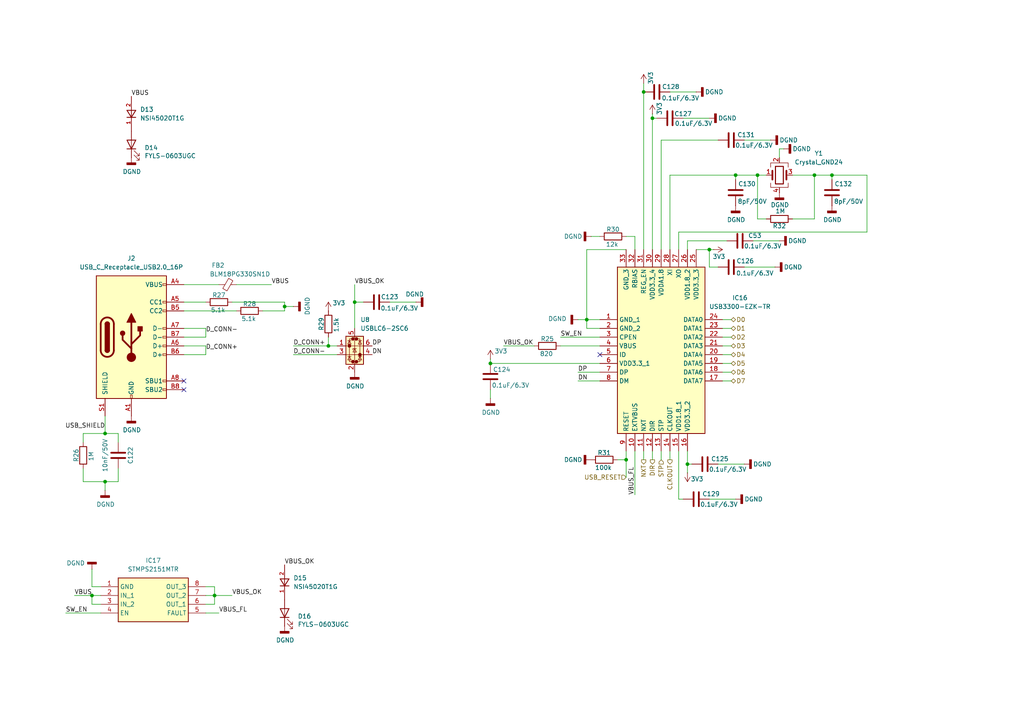
<source format=kicad_sch>
(kicad_sch (version 20250114) (generator "eeschema") (generator_version "9.0")
  (paper "A4")
  (lib_symbols
    (symbol "Connector:USB_C_Receptacle_USB2.0_16P" (pin_names (offset 1.016))
      (property "Reference" "J" (at 0 22.225 0))
      (property "Value" "USB_C_Receptacle_USB2.0_16P" (at 0 19.685 0))
      (symbol "USB_C_Receptacle_USB2.0_16P_0_0"
        (rectangle (start -0.254 -17.78) (end 0.254 -16.764))
        (rectangle (start 10.16 15.494) (end 9.144 14.986))
        (rectangle (start 10.16 10.414) (end 9.144 9.906))
        (rectangle (start 10.16 7.874) (end 9.144 7.366))
        (rectangle (start 10.16 2.794) (end 9.144 2.286))
        (rectangle (start 10.16 0.254) (end 9.144 -0.254))
        (rectangle (start 10.16 -2.286) (end 9.144 -2.794))
        (rectangle (start 10.16 -4.826) (end 9.144 -5.334))
        (rectangle (start 10.16 -12.446) (end 9.144 -12.954))
        (rectangle (start 10.16 -14.986) (end 9.144 -15.494))
      )
      (symbol "USB_C_Receptacle_USB2.0_16P_0_1"
        (rectangle (start -10.16 17.78) (end 10.16 -17.78) (stroke (width 0.254)) (fill (type background)))
        (polyline (pts (xy -8.89 -3.81) (xy -8.89 3.81)) (stroke (width 0.508)))
        (rectangle (start -7.62 -3.81) (end -6.35 3.81) (stroke (width 0.254)) (fill (type outline)))
        (arc (start -7.62 3.81) (mid -6.985 4.4423) (end -6.35 3.81) (stroke (width 0.254)))
        (arc (start -7.62 3.81) (mid -6.985 4.4423) (end -6.35 3.81) (stroke (width 0.254)) (fill (type outline)))
        (arc (start -8.89 3.81) (mid -6.985 5.7067) (end -5.08 3.81) (stroke (width 0.508)))
        (arc (start -5.08 -3.81) (mid -6.985 -5.7067) (end -8.89 -3.81) (stroke (width 0.508)))
        (arc (start -6.35 -3.81) (mid -6.985 -4.4423) (end -7.62 -3.81) (stroke (width 0.254)))
        (arc (start -6.35 -3.81) (mid -6.985 -4.4423) (end -7.62 -3.81) (stroke (width 0.254)) (fill (type outline)))
        (polyline (pts (xy -5.08 3.81) (xy -5.08 -3.81)) (stroke (width 0.508)))
        (circle (center -2.54 1.143) (radius 0.635) (stroke (width 0.254)) (fill (type outline)))
        (polyline (pts (xy -1.27 4.318) (xy 0 6.858) (xy 1.27 4.318) (xy -1.27 4.318)) (stroke (width 0.254)) (fill (type outline)))
        (polyline (pts (xy 0 -2.032) (xy 2.54 0.508) (xy 2.54 1.778)) (stroke (width 0.508)))
        (polyline (pts (xy 0 -3.302) (xy -2.54 -0.762) (xy -2.54 0.508)) (stroke (width 0.508)))
        (polyline (pts (xy 0 -5.842) (xy 0 4.318)) (stroke (width 0.508)))
        (circle (center 0 -5.842) (radius 1.27) (fill (type outline)))
        (rectangle (start 1.905 1.778) (end 3.175 3.048) (stroke (width 0.254)) (fill (type outline)))
      )
      (symbol "USB_C_Receptacle_USB2.0_16P_1_1"
        (pin passive line (at -7.62 -22.86 90) (length 5.08) (name "SHIELD") (number "S1"))
        (pin passive line (at 0 -22.86 90) (length 5.08) (name "GND") (number "A1"))
        (pin passive line (at 0 -22.86 90) (length 5.08) (hide yes) (name "GND") (number "A12"))
        (pin passive line (at 0 -22.86 90) (length 5.08) (hide yes) (name "GND") (number "B1"))
        (pin passive line (at 0 -22.86 90) (length 5.08) (hide yes) (name "GND") (number "B12"))
        (pin passive line (at 15.24 15.24 180) (length 5.08) (name "VBUS") (number "A4"))
        (pin passive line (at 15.24 15.24 180) (length 5.08) (hide yes) (name "VBUS") (number "A9"))
        (pin passive line (at 15.24 15.24 180) (length 5.08) (hide yes) (name "VBUS") (number "B4"))
        (pin passive line (at 15.24 15.24 180) (length 5.08) (hide yes) (name "VBUS") (number "B9"))
        (pin bidirectional line (at 15.24 10.16 180) (length 5.08) (name "CC1") (number "A5"))
        (pin bidirectional line (at 15.24 7.62 180) (length 5.08) (name "CC2") (number "B5"))
        (pin bidirectional line (at 15.24 2.54 180) (length 5.08) (name "D-") (number "A7"))
        (pin bidirectional line (at 15.24 0 180) (length 5.08) (name "D-") (number "B7"))
        (pin bidirectional line (at 15.24 -2.54 180) (length 5.08) (name "D+") (number "A6"))
        (pin bidirectional line (at 15.24 -5.08 180) (length 5.08) (name "D+") (number "B6"))
        (pin bidirectional line (at 15.24 -12.7 180) (length 5.08) (name "SBU1") (number "A8"))
        (pin bidirectional line (at 15.24 -15.24 180) (length 5.08) (name "SBU2") (number "B8"))
      )
    )
    (symbol "Device:C" (pin_numbers (hide yes)) (pin_names (offset 0.254))
      (property "Reference" "C" (at 0.635 2.54 0))
      (property "Value" "C" (at 0.635 -2.54 0))
      (symbol "C_0_1"
        (polyline (pts (xy -2.032 0.762) (xy 2.032 0.762)) (stroke (width 0.508)))
        (polyline (pts (xy -2.032 -0.762) (xy 2.032 -0.762)) (stroke (width 0.508)))
      )
      (symbol "C_1_1"
        (pin passive line (at 0 3.81 270) (length 2.794) (name "~") (number "1"))
        (pin passive line (at 0 -3.81 90) (length 2.794) (name "~") (number "2"))
      )
    )
    (symbol "Device:Crystal_GND24" (pin_names (offset 1.016) (hide yes))
      (property "Reference" "Y" (at 3.175 5.08 0))
      (property "Value" "Crystal_GND24" (at 3.175 3.175 0))
      (symbol "Crystal_GND24_0_1"
        (polyline (pts (xy -2.54 2.286) (xy -2.54 3.556) (xy 2.54 3.556) (xy 2.54 2.286)))
        (polyline (pts (xy -2.54 0) (xy -2.032 0)))
        (polyline (pts (xy -2.54 -2.286) (xy -2.54 -3.556) (xy 2.54 -3.556) (xy 2.54 -2.286)))
        (polyline (pts (xy -2.032 -1.27) (xy -2.032 1.27)) (stroke (width 0.508)))
        (rectangle (start -1.143 2.54) (end 1.143 -2.54) (stroke (width 0.3048)))
        (polyline (pts (xy 0 3.556) (xy 0 3.81)))
        (polyline (pts (xy 0 -3.81) (xy 0 -3.556)))
        (polyline (pts (xy 2.032 0) (xy 2.54 0)))
        (polyline (pts (xy 2.032 -1.27) (xy 2.032 1.27)) (stroke (width 0.508)))
      )
      (symbol "Crystal_GND24_1_1"
        (pin passive line (at -3.81 0 0) (length 1.27) (name "1") (number "1"))
        (pin passive line (at 0 5.08 270) (length 1.27) (name "2") (number "2"))
        (pin passive line (at 0 -5.08 90) (length 1.27) (name "4") (number "4"))
        (pin passive line (at 3.81 0 180) (length 1.27) (name "3") (number "3"))
      )
    )
    (symbol "Device:FerriteBead_Small" (pin_numbers (hide yes)) (pin_names (offset 0))
      (property "Reference" "FB" (at 1.905 1.27 0))
      (property "Value" "FerriteBead_Small" (at 1.905 -1.27 0))
      (symbol "FerriteBead_Small_0_1"
        (polyline (pts (xy -1.8288 0.2794) (xy -1.1176 1.4986) (xy 1.8288 -0.2032) (xy 1.1176 -1.4224) (xy -1.8288 0.2794)))
        (polyline (pts (xy 0 0.889) (xy 0 1.2954)))
        (polyline (pts (xy 0 -1.27) (xy 0 -0.7874)))
      )
      (symbol "FerriteBead_Small_1_1"
        (pin passive line (at 0 2.54 270) (length 1.27) (name "~") (number "1"))
        (pin passive line (at 0 -2.54 90) (length 1.27) (name "~") (number "2"))
      )
    )
    (symbol "Device:LED" (pin_numbers (hide yes)) (pin_names (offset 1.016) (hide yes))
      (property "Reference" "D" (at 0 2.54 0))
      (property "Value" "LED" (at 0 -2.54 0))
      (symbol "LED_0_1"
        (polyline (pts (xy -3.048 -0.762) (xy -4.572 -2.286) (xy -3.81 -2.286) (xy -4.572 -2.286) (xy -4.572 -1.524)))
        (polyline (pts (xy -1.778 -0.762) (xy -3.302 -2.286) (xy -2.54 -2.286) (xy -3.302 -2.286) (xy -3.302 -1.524)))
        (polyline (pts (xy -1.27 0) (xy 1.27 0)))
        (polyline (pts (xy -1.27 -1.27) (xy -1.27 1.27)) (stroke (width 0.254)))
        (polyline (pts (xy 1.27 -1.27) (xy 1.27 1.27) (xy -1.27 0) (xy 1.27 -1.27)) (stroke (width 0.254)))
      )
      (symbol "LED_1_1"
        (pin passive line (at -3.81 0 0) (length 2.54) (name "K") (number "1"))
        (pin passive line (at 3.81 0 180) (length 2.54) (name "A") (number "2"))
      )
    )
    (symbol "Device:R" (pin_numbers (hide yes)) (pin_names (offset 0))
      (property "Reference" "R" (at 2.032 0 90))
      (property "Value" "R" (at 0 0 90))
      (symbol "R_0_1"
        (rectangle (start -1.016 -2.54) (end 1.016 2.54) (stroke (width 0.254)))
      )
      (symbol "R_1_1"
        (pin passive line (at 0 3.81 270) (length 1.27) (name "~") (number "1"))
        (pin passive line (at 0 -3.81 90) (length 1.27) (name "~") (number "2"))
      )
    )
    (symbol "NSI45020T1G:NSI45020T1G" (pin_names (offset 1.016))
      (property "Reference" "D" (at -4.5743 2.1601 0))
      (property "Value" "NSI45020T1G" (at -4.5755 -4.1942 0))
      (symbol "NSI45020T1G_0_0"
        (polyline (pts (xy -1.016 0) (xy -1.016 1.27)) (stroke (width 0.254)))
        (polyline (pts (xy -1.016 0) (xy 1.016 -1.27)) (stroke (width 0.254)))
        (polyline (pts (xy -1.016 -1.27) (xy -1.016 0)) (stroke (width 0.254)))
        (polyline (pts (xy 1.016 1.27) (xy -1.016 0)) (stroke (width 0.254)))
        (polyline (pts (xy 1.016 -1.27) (xy 1.016 1.27)) (stroke (width 0.254)))
        (pin passive line (at -5.08 0 0) (length 5.08) (name "~") (number "1"))
        (pin passive line (at 5.08 0 180) (length 5.08) (name "~") (number "2"))
      )
    )
    (symbol "Power_Protection:USBLC6-2SC6" (pin_names (hide yes))
      (property "Reference" "U" (at 0.635 5.715 0))
      (property "Value" "USBLC6-2SC6" (at 0.635 3.81 0))
      (symbol "USBLC6-2SC6_0_0"
        (circle (center -1.524 0) (radius 0.0001) (stroke (width 0.508)))
        (circle (center -0.508 2.032) (radius 0.0001) (stroke (width 0.508)))
        (circle (center -0.508 -4.572) (radius 0.0001) (stroke (width 0.508)))
        (circle (center 0.508 2.032) (radius 0.0001) (stroke (width 0.508)))
        (circle (center 0.508 -4.572) (radius 0.0001) (stroke (width 0.508)))
        (circle (center 1.524 -2.54) (radius 0.0001) (stroke (width 0.508)))
      )
      (symbol "USBLC6-2SC6_0_1"
        (polyline (pts (xy -2.54 0) (xy 2.54 0)))
        (polyline (pts (xy -2.54 -2.54) (xy 2.54 -2.54)))
        (polyline (pts (xy -2.032 0.508) (xy -1.016 0.508) (xy -1.524 1.524) (xy -2.032 0.508)))
        (polyline (pts (xy -2.032 -3.048) (xy -1.016 -3.048)))
        (polyline (pts (xy -1.016 1.524) (xy -2.032 1.524)))
        (polyline (pts (xy -1.016 -4.064) (xy -2.032 -4.064) (xy -1.524 -3.048) (xy -1.016 -4.064)))
        (polyline (pts (xy -0.508 -1.143) (xy -0.508 -0.762) (xy 0.508 -0.762)))
        (polyline (pts (xy 0 2.54) (xy -0.508 2.032) (xy 0.508 2.032) (xy 0 1.524) (xy 0 -4.064) (xy -0.508 -4.572) (xy 0.508 -4.572) (xy 0 -5.08)))
        (polyline (pts (xy 0.508 -1.778) (xy -0.508 -1.778) (xy 0 -0.762) (xy 0.508 -1.778)))
        (polyline (pts (xy 1.016 1.524) (xy 2.032 1.524)))
        (polyline (pts (xy 1.016 -3.048) (xy 2.032 -3.048)))
        (polyline (pts (xy 2.032 0.508) (xy 1.016 0.508) (xy 1.524 1.524) (xy 2.032 0.508)))
        (polyline (pts (xy 2.032 -4.064) (xy 1.016 -4.064) (xy 1.524 -3.048) (xy 2.032 -4.064)))
      )
      (symbol "USBLC6-2SC6_1_1"
        (rectangle (start -2.54 2.794) (end 2.54 -5.334) (stroke (width 0.254)) (fill (type background)))
        (polyline (pts (xy -0.508 2.032) (xy -1.524 2.032) (xy -1.524 -4.572) (xy -0.508 -4.572)))
        (polyline (pts (xy 0.508 -4.572) (xy 1.524 -4.572) (xy 1.524 2.032) (xy 0.508 2.032)))
        (pin passive line (at -5.08 0 0) (length 2.54) (name "I/O1") (number "1"))
        (pin passive line (at -5.08 -2.54 0) (length 2.54) (name "I/O2") (number "3"))
        (pin passive line (at 0 5.08 270) (length 2.54) (name "VBUS") (number "5"))
        (pin passive line (at 0 -7.62 90) (length 2.54) (name "GND") (number "2"))
        (pin passive line (at 5.08 0 180) (length 2.54) (name "I/O1") (number "6"))
        (pin passive line (at 5.08 -2.54 180) (length 2.54) (name "I/O2") (number "4"))
      )
    )
    (symbol "STMPS2151MTR:STMPS2151MTR"
      (property "Reference" "IC" (at 26.67 7.62 0))
      (property "Value" "STMPS2151MTR" (at 26.67 5.08 0))
      (symbol "STMPS2151MTR_1_1"
        (rectangle (start 5.08 2.54) (end 25.4 -10.16) (stroke (width 0.254)) (fill (type background)))
        (pin passive line (at 0 0 0) (length 5.08) (name "GND") (number "1"))
        (pin passive line (at 0 -2.54 0) (length 5.08) (name "IN_1") (number "2"))
        (pin passive line (at 0 -5.08 0) (length 5.08) (name "IN_2") (number "3"))
        (pin passive line (at 0 -7.62 0) (length 5.08) (name "EN") (number "4"))
        (pin passive line (at 30.48 0 180) (length 5.08) (name "OUT_3") (number "8"))
        (pin passive line (at 30.48 -2.54 180) (length 5.08) (name "OUT_2") (number "7"))
        (pin passive line (at 30.48 -5.08 180) (length 5.08) (name "OUT_1") (number "6"))
        (pin passive line (at 30.48 -7.62 180) (length 5.08) (name "FAULT") (number "5"))
      )
    )
    (symbol "USB3300-EZK-TR:USB3300-EZK-TR"
      (property "Reference" "IC" (at 31.75 20.32 0))
      (property "Value" "USB3300-EZK-TR" (at 31.75 17.78 0))
      (symbol "USB3300-EZK-TR_1_1"
        (rectangle (start 5.08 15.24) (end 30.48 -33.02) (stroke (width 0.254)) (fill (type background)))
        (pin passive line (at 0 0 0) (length 5.08) (name "GND_1") (number "1"))
        (pin passive line (at 0 -2.54 0) (length 5.08) (name "GND_2") (number "2"))
        (pin passive line (at 0 -5.08 0) (length 5.08) (name "CPEN") (number "3"))
        (pin passive line (at 0 -7.62 0) (length 5.08) (name "VBUS") (number "4"))
        (pin passive line (at 0 -10.16 0) (length 5.08) (name "ID") (number "5"))
        (pin passive line (at 0 -12.7 0) (length 5.08) (name "VDD3.3_1") (number "6"))
        (pin passive line (at 0 -15.24 0) (length 5.08) (name "DP") (number "7"))
        (pin passive line (at 0 -17.78 0) (length 5.08) (name "DM") (number "8"))
        (pin passive line (at 7.62 20.32 270) (length 5.08) (name "GND_3") (number "33"))
        (pin passive line (at 7.62 -38.1 90) (length 5.08) (name "RESET") (number "9"))
        (pin passive line (at 10.16 20.32 270) (length 5.08) (name "RBIAS") (number "32"))
        (pin passive line (at 10.16 -38.1 90) (length 5.08) (name "EXTVBUS") (number "10"))
        (pin passive line (at 12.7 20.32 270) (length 5.08) (name "REG_EN") (number "31"))
        (pin passive line (at 12.7 -38.1 90) (length 5.08) (name "NXT") (number "11"))
        (pin passive line (at 15.24 20.32 270) (length 5.08) (name "VDD3.3_4") (number "30"))
        (pin passive line (at 15.24 -38.1 90) (length 5.08) (name "DIR") (number "12"))
        (pin passive line (at 17.78 20.32 270) (length 5.08) (name "VDDA1.8") (number "29"))
        (pin passive line (at 17.78 -38.1 90) (length 5.08) (name "STP") (number "13"))
        (pin passive line (at 20.32 20.32 270) (length 5.08) (name "XI") (number "28"))
        (pin passive line (at 20.32 -38.1 90) (length 5.08) (name "CLKOUT") (number "14"))
        (pin passive line (at 22.86 20.32 270) (length 5.08) (name "XO") (number "27"))
        (pin passive line (at 22.86 -38.1 90) (length 5.08) (name "VDD1.8_1") (number "15"))
        (pin passive line (at 25.4 20.32 270) (length 5.08) (name "VDD1.8_2") (number "26"))
        (pin passive line (at 25.4 -38.1 90) (length 5.08) (name "VDD3.3_2") (number "16"))
        (pin passive line (at 27.94 20.32 270) (length 5.08) (name "VDD3.3_3") (number "25"))
        (pin passive line (at 35.56 0 180) (length 5.08) (name "DATA0") (number "24"))
        (pin passive line (at 35.56 -2.54 180) (length 5.08) (name "DATA1") (number "23"))
        (pin passive line (at 35.56 -5.08 180) (length 5.08) (name "DATA2") (number "22"))
        (pin passive line (at 35.56 -7.62 180) (length 5.08) (name "DATA3") (number "21"))
        (pin passive line (at 35.56 -10.16 180) (length 5.08) (name "DATA4") (number "20"))
        (pin passive line (at 35.56 -12.7 180) (length 5.08) (name "DATA5") (number "19"))
        (pin passive line (at 35.56 -15.24 180) (length 5.08) (name "DATA6") (number "18"))
        (pin passive line (at 35.56 -17.78 180) (length 5.08) (name "DATA7") (number "17"))
      )
    )
    (symbol "power:GNDD" (power) (pin_numbers (hide yes)) (pin_names (offset 0) (hide yes))
      (property "Value" "GNDD" (at 0 -3.175 0))
      (symbol "GNDD_0_1"
        (rectangle (start -1.27 -1.524) (end 1.27 -2.032) (stroke (width 0.254)) (fill (type outline)))
        (polyline (pts (xy 0 0) (xy 0 -1.524)))
      )
      (symbol "GNDD_1_1"
        (pin power_in line (at 0 0 270) (length 0) (name "~") (number "1"))
      )
    )
    (symbol "power:VDD" (power) (pin_numbers (hide yes)) (pin_names (offset 0) (hide yes))
      (property "Value" "VDD" (at 0 3.556 0))
      (symbol "VDD_0_1"
        (polyline (pts (xy -0.762 1.27) (xy 0 2.54)))
        (polyline (pts (xy 0 2.54) (xy 0.762 1.27)))
        (polyline (pts (xy 0 0) (xy 0 2.54)))
      )
      (symbol "VDD_1_1"
        (pin power_in line (at 0 0 90) (length 0) (name "~") (number "1"))
      )
    )
  )
  (junction (at 26.67 172.72))
  (junction (at 236.22 50.8))
  (junction (at 170.18 92.71))
  (junction (at 213.36 50.8))
  (junction (at 241.3 50.8))
  (junction (at 186.69 26.67))
  (junction (at 30.48 125.73))
  (junction (at 189.23 34.29))
  (junction (at 142.24 105.41))
  (junction (at 199.39 134.62))
  (junction (at 102.87 87.63))
  (junction (at 82.55 88.9))
  (junction (at 62.23 172.72))
  (junction (at 219.71 50.8))
  (junction (at 205.74 72.39))
  (junction (at 30.48 139.7))
  (junction (at 181.61 133.35))
  (junction (at 95.25 100.33))
  (no_connect (at 53.34 110.49))
  (no_connect (at 173.99 102.87))
  (no_connect (at 53.34 113.03))
  (wire (pts (xy 251.46 50.8) (xy 241.3 50.8)))
  (wire (pts (xy 209.55 100.33) (xy 212.09 100.33)))
  (wire (pts (xy 167.64 92.71) (xy 170.18 92.71)))
  (wire (pts (xy 209.55 102.87) (xy 212.09 102.87)))
  (wire (pts (xy 191.77 40.64) (xy 191.77 72.39)))
  (wire (pts (xy 191.77 133.35) (xy 191.77 130.81)))
  (wire (pts (xy 102.87 82.55) (xy 102.87 87.63)))
  (wire (pts (xy 199.39 69.85) (xy 199.39 72.39)))
  (wire (pts (xy 167.64 110.49) (xy 173.99 110.49)))
  (wire (pts (xy 59.69 170.18) (xy 62.23 170.18)))
  (wire (pts (xy 205.74 77.47) (xy 208.28 77.47)))
  (wire (pts (xy 186.69 26.67) (xy 186.69 72.39)))
  (wire (pts (xy 236.22 63.5) (xy 229.87 63.5)))
  (wire (pts (xy 85.09 88.9) (xy 82.55 88.9)))
  (wire (pts (xy 53.34 100.33) (xy 59.69 100.33)))
  (wire (pts (xy 181.61 130.81) (xy 181.61 133.35)))
  (wire (pts (xy 24.13 125.73) (xy 30.48 125.73)))
  (wire (pts (xy 170.18 95.25) (xy 170.18 92.71)))
  (wire (pts (xy 62.23 175.26) (xy 62.23 172.72)))
  (wire (pts (xy 205.74 72.39) (xy 205.74 77.47)))
  (wire (pts (xy 199.39 134.62) (xy 200.66 134.62)))
  (wire (pts (xy 189.23 72.39) (xy 189.23 34.29)))
  (wire (pts (xy 170.18 92.71) (xy 173.99 92.71)))
  (wire (pts (xy 63.5 177.8) (xy 59.69 177.8)))
  (wire (pts (xy 181.61 68.58) (xy 184.15 68.58)))
  (wire (pts (xy 227.33 43.18) (xy 226.06 43.18)))
  (wire (pts (xy 142.24 104.14) (xy 142.24 105.41)))
  (wire (pts (xy 68.58 82.55) (xy 78.74 82.55)))
  (wire (pts (xy 146.05 100.33) (xy 154.94 100.33)))
  (wire (pts (xy 53.34 82.55) (xy 63.5 82.55)))
  (wire (pts (xy 24.13 125.73) (xy 24.13 128.27)))
  (wire (pts (xy 218.44 69.85) (xy 226.06 69.85)))
  (wire (pts (xy 186.69 133.35) (xy 186.69 130.81)))
  (wire (pts (xy 196.85 130.81) (xy 196.85 144.78)))
  (wire (pts (xy 208.28 40.64) (xy 191.77 40.64)))
  (wire (pts (xy 53.34 95.25) (xy 59.69 95.25)))
  (wire (pts (xy 196.85 67.31) (xy 251.46 67.31)))
  (wire (pts (xy 19.05 177.8) (xy 29.21 177.8)))
  (wire (pts (xy 222.25 50.8) (xy 219.71 50.8)))
  (wire (pts (xy 236.22 50.8) (xy 236.22 63.5)))
  (wire (pts (xy 142.24 105.41) (xy 173.99 105.41)))
  (wire (pts (xy 162.56 97.79) (xy 173.99 97.79)))
  (wire (pts (xy 205.74 144.78) (xy 213.36 144.78)))
  (wire (pts (xy 209.55 105.41) (xy 212.09 105.41)))
  (wire (pts (xy 209.55 95.25) (xy 212.09 95.25)))
  (wire (pts (xy 181.61 72.39) (xy 170.18 72.39)))
  (wire (pts (xy 241.3 52.07) (xy 241.3 50.8)))
  (wire (pts (xy 95.25 97.79) (xy 95.25 100.33)))
  (wire (pts (xy 59.69 100.33) (xy 59.69 102.87)))
  (wire (pts (xy 62.23 170.18) (xy 62.23 172.72)))
  (wire (pts (xy 194.31 26.67) (xy 201.93 26.67)))
  (wire (pts (xy 34.29 128.27) (xy 34.29 125.73)))
  (wire (pts (xy 26.67 170.18) (xy 29.21 170.18)))
  (wire (pts (xy 29.21 175.26) (xy 26.67 175.26)))
  (wire (pts (xy 201.93 72.39) (xy 205.74 72.39)))
  (wire (pts (xy 21.59 172.72) (xy 26.67 172.72)))
  (wire (pts (xy 173.99 95.25) (xy 170.18 95.25)))
  (wire (pts (xy 189.23 33.02) (xy 189.23 34.29)))
  (wire (pts (xy 67.31 87.63) (xy 82.55 87.63)))
  (wire (pts (xy 76.2 90.17) (xy 82.55 90.17)))
  (wire (pts (xy 209.55 110.49) (xy 212.09 110.49)))
  (wire (pts (xy 181.61 133.35) (xy 181.61 138.43)))
  (wire (pts (xy 194.31 133.35) (xy 194.31 130.81)))
  (wire (pts (xy 198.12 34.29) (xy 205.74 34.29)))
  (wire (pts (xy 24.13 139.7) (xy 30.48 139.7)))
  (wire (pts (xy 209.55 97.79) (xy 212.09 97.79)))
  (wire (pts (xy 251.46 67.31) (xy 251.46 50.8)))
  (wire (pts (xy 215.9 77.47) (xy 224.79 77.47)))
  (wire (pts (xy 196.85 144.78) (xy 198.12 144.78)))
  (wire (pts (xy 212.09 92.71) (xy 209.55 92.71)))
  (wire (pts (xy 184.15 68.58) (xy 184.15 72.39)))
  (wire (pts (xy 213.36 50.8) (xy 194.31 50.8)))
  (wire (pts (xy 102.87 87.63) (xy 102.87 95.25)))
  (wire (pts (xy 30.48 139.7) (xy 30.48 142.24)))
  (wire (pts (xy 194.31 50.8) (xy 194.31 72.39)))
  (wire (pts (xy 205.74 72.39) (xy 207.01 72.39)))
  (wire (pts (xy 24.13 135.89) (xy 24.13 139.7)))
  (wire (pts (xy 170.18 72.39) (xy 170.18 92.71)))
  (wire (pts (xy 210.82 69.85) (xy 199.39 69.85)))
  (wire (pts (xy 162.56 100.33) (xy 173.99 100.33)))
  (wire (pts (xy 82.55 87.63) (xy 82.55 88.9)))
  (wire (pts (xy 30.48 125.73) (xy 34.29 125.73)))
  (wire (pts (xy 26.67 165.1) (xy 26.67 170.18)))
  (wire (pts (xy 102.87 87.63) (xy 105.41 87.63)))
  (wire (pts (xy 213.36 50.8) (xy 213.36 52.07)))
  (wire (pts (xy 34.29 139.7) (xy 30.48 139.7)))
  (wire (pts (xy 53.34 97.79) (xy 59.69 97.79)))
  (wire (pts (xy 189.23 34.29) (xy 190.5 34.29)))
  (wire (pts (xy 95.25 100.33) (xy 97.79 100.33)))
  (wire (pts (xy 34.29 135.89) (xy 34.29 139.7)))
  (wire (pts (xy 53.34 102.87) (xy 59.69 102.87)))
  (wire (pts (xy 85.09 100.33) (xy 95.25 100.33)))
  (wire (pts (xy 226.06 43.18) (xy 226.06 45.72)))
  (wire (pts (xy 229.87 50.8) (xy 236.22 50.8)))
  (wire (pts (xy 59.69 175.26) (xy 62.23 175.26)))
  (wire (pts (xy 26.67 175.26) (xy 26.67 172.72)))
  (wire (pts (xy 26.67 172.72) (xy 29.21 172.72)))
  (wire (pts (xy 30.48 120.65) (xy 30.48 125.73)))
  (wire (pts (xy 219.71 50.8) (xy 219.71 63.5)))
  (wire (pts (xy 186.69 24.13) (xy 186.69 26.67)))
  (wire (pts (xy 208.28 134.62) (xy 215.9 134.62)))
  (wire (pts (xy 189.23 133.35) (xy 189.23 130.81)))
  (wire (pts (xy 113.03 87.63) (xy 120.65 87.63)))
  (wire (pts (xy 199.39 134.62) (xy 199.39 137.16)))
  (wire (pts (xy 167.64 107.95) (xy 173.99 107.95)))
  (wire (pts (xy 142.24 115.57) (xy 142.24 113.03)))
  (wire (pts (xy 53.34 90.17) (xy 68.58 90.17)))
  (wire (pts (xy 171.45 68.58) (xy 173.99 68.58)))
  (wire (pts (xy 59.69 95.25) (xy 59.69 97.79)))
  (wire (pts (xy 222.25 63.5) (xy 219.71 63.5)))
  (wire (pts (xy 209.55 107.95) (xy 212.09 107.95)))
  (wire (pts (xy 184.15 130.81) (xy 184.15 143.51)))
  (wire (pts (xy 82.55 90.17) (xy 82.55 88.9)))
  (wire (pts (xy 67.31 172.72) (xy 62.23 172.72)))
  (wire (pts (xy 62.23 172.72) (xy 59.69 172.72)))
  (wire (pts (xy 196.85 72.39) (xy 196.85 67.31)))
  (wire (pts (xy 241.3 50.8) (xy 236.22 50.8)))
  (wire (pts (xy 199.39 130.81) (xy 199.39 134.62)))
  (wire (pts (xy 215.9 40.64) (xy 223.52 40.64)))
  (wire (pts (xy 53.34 87.63) (xy 59.69 87.63)))
  (wire (pts (xy 181.61 133.35) (xy 179.07 133.35)))
  (wire (pts (xy 85.09 102.87) (xy 97.79 102.87)))
  (wire (pts (xy 219.71 50.8) (xy 213.36 50.8)))
  (label "USB_SHIELD" (at 30.48 124.46 180))
  (label "VBUS_OK" (at 146.05 100.33 0))
  (label "DN" (at 107.95 102.87 0))
  (label "SW_EN" (at 19.05 177.8 0))
  (label "VBUS_OK" (at 67.31 172.72 0))
  (label "VBUS_FL" (at 63.5 177.8 0))
  (label "VBUS" (at 78.74 82.55 0))
  (label "DP" (at 107.95 100.33 0))
  (label "DP" (at 167.64 107.95 0))
  (label "VBUS" (at 38.1 27.94 0))
  (label "D_CONN-" (at 59.69 96.52 0))
  (label "VBUS" (at 21.59 172.72 0))
  (label "VBUS_OK" (at 102.87 82.55 0))
  (label "D_CONN-" (at 85.09 102.87 0))
  (label "VBUS_FL" (at 184.15 143.51 90))
  (label "SW_EN" (at 162.56 97.79 0))
  (label "D_CONN+" (at 59.69 101.6 0))
  (label "VBUS_OK" (at 82.55 163.83 0))
  (label "DN" (at 167.64 110.49 0))
  (label "D_CONN+" (at 85.09 100.33 0))
  (hierarchical_label "D4" (shape bidirectional) (at 212.09 102.87 0))
  (hierarchical_label "D2" (shape bidirectional) (at 212.09 97.79 0))
  (hierarchical_label "D0" (shape bidirectional) (at 212.09 92.71 0))
  (hierarchical_label "D7" (shape bidirectional) (at 212.09 110.49 0))
  (hierarchical_label "USB_RESET" (shape input) (at 181.61 138.43 180))
  (hierarchical_label "CLKOUT" (shape output) (at 194.31 133.35 270))
  (hierarchical_label "D1" (shape bidirectional) (at 212.09 95.25 0))
  (hierarchical_label "STP" (shape input) (at 191.77 133.35 270))
  (hierarchical_label "D5" (shape bidirectional) (at 212.09 105.41 0))
  (hierarchical_label "D3" (shape bidirectional) (at 212.09 100.33 0))
  (hierarchical_label "NXT" (shape output) (at 186.69 133.35 270))
  (hierarchical_label "D6" (shape bidirectional) (at 212.09 107.95 0))
  (hierarchical_label "DIR" (shape output) (at 189.23 133.35 270))
  (symbol (lib_id "Device:R") (at 226.06 63.5 270) (unit 1)
    (property "Reference" "R32" (at 226.06 65.532 90))
    (property "Value" "1M" (at 226.314 61.214 90))
    (property "Footprint" "Resistor_SMD:R_0805_2012Metric_Pad1.20x1.40mm_HandSolder" (effects (hide yes)))
    (property "Description" "Resistor" (effects (hide yes)))
  )
  (symbol (lib_id "power:GNDD") (at 85.09 88.9 90) (mirror x) (unit 1)
    (property "Reference" "#PWR0202" (effects (hide yes)))
    (property "Value" "DGND" (at 89.154 91.44 0) (effects (justify right)))
    (property "Description" "Power symbol creates a global label with name \"GNDD\" , digital ground" (effects (hide yes)))
  )
  (symbol (lib_id "power:VDD") (at 207.01 72.39 270) (unit 1)
    (property "Reference" "#PWR0213" (effects (hide yes)))
    (property "Value" "3V3" (at 208.534 74.422 90))
    (property "Description" "Power symbol creates a global label with name \"VDD\"" (effects (hide yes)))
  )
  (symbol (lib_id "Device:C") (at 241.3 55.88 0) (mirror x) (unit 1)
    (property "Reference" "C132" (at 244.602 53.34 0))
    (property "Value" "8pF/50V" (at 246.126 58.42 0))
    (property "Footprint" "Capacitor_SMD:C_0402_1005Metric_Pad0.74x0.62mm_HandSolder" (effects (hide yes)))
    (property "Description" "Unpolarized capacitor" (effects (hide yes)))
  )
  (symbol (lib_id "Device:C") (at 201.93 144.78 90) (mirror x) (unit 1)
    (property "Reference" "C129" (at 206.248 143.256 90))
    (property "Value" "0.1uF/6.3V" (at 208.534 146.304 90))
    (property "Footprint" "Capacitor_SMD:C_0603_1608Metric_Pad1.08x0.95mm_HandSolder" (effects (hide yes)))
    (property "Description" "Unpolarized capacitor" (effects (hide yes)))
  )
  (symbol (lib_id "Device:C") (at 212.09 77.47 90) (mirror x) (unit 1)
    (property "Reference" "C126" (at 216.154 75.692 90))
    (property "Value" "0.1uF/6.3V" (at 218.948 79.248 90))
    (property "Footprint" "Capacitor_SMD:C_0603_1608Metric_Pad1.08x0.95mm_HandSolder" (effects (hide yes)))
    (property "Description" "Unpolarized capacitor" (effects (hide yes)))
  )
  (symbol (lib_id "power:GNDD") (at 26.67 165.1 0) (mirror x) (unit 1)
    (property "Reference" "#PWR0198" (effects (hide yes)))
    (property "Value" "DGND" (at 24.638 163.322 0) (effects (justify right)))
    (property "Description" "Power symbol creates a global label with name \"GNDD\" , digital ground" (effects (hide yes)))
  )
  (symbol (lib_id "power:GNDD") (at 171.45 68.58 270) (mirror x) (unit 1)
    (property "Reference" "#PWR0216" (effects (hide yes)))
    (property "Value" "DGND" (at 168.91 68.58 90) (effects (justify right)))
    (property "Description" "Power symbol creates a global label with name \"GNDD\" , digital ground" (effects (hide yes)))
  )
  (symbol (lib_id "power:GNDD") (at 38.1 120.65 0) (mirror y) (unit 1)
    (property "Reference" "#PWR0197" (effects (hide yes)))
    (property "Value" "DGND" (at 35.56 124.714 0) (effects (justify right)))
    (property "Description" "Power symbol creates a global label with name \"GNDD\" , digital ground" (effects (hide yes)))
  )
  (symbol (lib_id "power:VDD") (at 199.39 137.16 180) (unit 1)
    (property "Reference" "#PWR0208" (effects (hide yes)))
    (property "Value" "3V3" (at 202.184 138.938 0))
    (property "Description" "Power symbol creates a global label with name \"VDD\"" (effects (hide yes)))
  )
  (symbol (lib_id "power:GNDD") (at 82.55 181.61 0) (mirror y) (unit 1)
    (property "Reference" "#PWR0200" (effects (hide yes)))
    (property "Value" "DGND" (at 80.01 185.674 0) (effects (justify right)))
    (property "Description" "Power symbol creates a global label with name \"GNDD\" , digital ground" (effects (hide yes)))
  )
  (symbol (lib_id "power:GNDD") (at 215.9 134.62 90) (mirror x) (unit 1)
    (property "Reference" "#PWR0209" (effects (hide yes)))
    (property "Value" "DGND" (at 218.44 134.62 90) (effects (justify right)))
    (property "Description" "Power symbol creates a global label with name \"GNDD\" , digital ground" (effects (hide yes)))
  )
  (symbol (lib_id "power:GNDD") (at 201.93 26.67 90) (mirror x) (unit 1)
    (property "Reference" "#PWR0212" (effects (hide yes)))
    (property "Value" "DGND" (at 204.47 26.67 90) (effects (justify right)))
    (property "Description" "Power symbol creates a global label with name \"GNDD\" , digital ground" (effects (hide yes)))
  )
  (symbol (lib_id "Device:R") (at 177.8 68.58 90) (unit 1)
    (property "Reference" "R30" (at 177.8 66.548 90))
    (property "Value" "12k" (at 177.546 70.866 90))
    (property "Footprint" "Resistor_SMD:R_0805_2012Metric_Pad1.20x1.40mm_HandSolder" (effects (hide yes)))
    (property "Description" "Resistor" (effects (hide yes)))
  )
  (symbol (lib_id "power:GNDD") (at 120.65 87.63 90) (mirror x) (unit 1)
    (property "Reference" "#PWR0205" (effects (hide yes)))
    (property "Value" "DGND" (at 117.602 85.344 90) (effects (justify right)))
    (property "Description" "Power symbol creates a global label with name \"GNDD\" , digital ground" (effects (hide yes)))
  )
  (symbol (lib_id "Device:C") (at 213.36 55.88 0) (mirror x) (unit 1)
    (property "Reference" "C130" (at 216.662 53.34 0))
    (property "Value" "8pF/50V" (at 218.186 58.42 0))
    (property "Footprint" "Capacitor_SMD:C_0402_1005Metric_Pad0.74x0.62mm_HandSolder" (effects (hide yes)))
    (property "Description" "Unpolarized capacitor" (effects (hide yes)))
  )
  (symbol (lib_id "power:GNDD") (at 241.3 59.69 0) (mirror y) (unit 1)
    (property "Reference" "#PWR0223" (effects (hide yes)))
    (property "Value" "DGND" (at 238.76 63.754 0) (effects (justify right)))
    (property "Description" "Power symbol creates a global label with name \"GNDD\" , digital ground" (effects (hide yes)))
  )
  (symbol (lib_id "power:GNDD") (at 213.36 59.69 0) (mirror y) (unit 1)
    (property "Reference" "#PWR0222" (effects (hide yes)))
    (property "Value" "DGND" (at 210.82 63.754 0) (effects (justify right)))
    (property "Description" "Power symbol creates a global label with name \"GNDD\" , digital ground" (effects (hide yes)))
  )
  (symbol (lib_id "power:GNDD") (at 38.1 45.72 0) (mirror y) (unit 1)
    (property "Reference" "#PWR0199" (effects (hide yes)))
    (property "Value" "DGND" (at 35.56 49.784 0) (effects (justify right)))
    (property "Description" "Power symbol creates a global label with name \"GNDD\" , digital ground" (effects (hide yes)))
  )
  (symbol (lib_id "power:GNDD") (at 171.45 133.35 270) (mirror x) (unit 1)
    (property "Reference" "#PWR0218" (effects (hide yes)))
    (property "Value" "DGND" (at 168.91 133.35 90) (effects (justify right)))
    (property "Description" "Power symbol creates a global label with name \"GNDD\" , digital ground" (effects (hide yes)))
  )
  (symbol (lib_id "Device:C") (at 34.29 132.08 0) (unit 1)
    (property "Reference" "C122" (at 37.846 132.08 90))
    (property "Value" "10nF/50V" (at 30.48 132.08 90))
    (property "Footprint" "Capacitor_SMD:C_0603_1608Metric_Pad1.08x0.95mm_HandSolder" (effects (hide yes)))
    (property "Description" "Unpolarized capacitor" (effects (hide yes)))
  )
  (symbol (lib_id "Device:R") (at 95.25 93.98 180) (unit 1)
    (property "Reference" "R29" (at 93.218 93.98 90))
    (property "Value" "1.5k" (at 97.536 94.234 90))
    (property "Footprint" "Resistor_SMD:R_0603_1608Metric_Pad0.98x0.95mm_HandSolder" (effects (hide yes)))
    (property "Description" "Resistor" (effects (hide yes)))
  )
  (symbol (lib_id "Device:C") (at 204.47 134.62 90) (mirror x) (unit 1)
    (property "Reference" "C125" (at 208.788 133.096 90))
    (property "Value" "0.1uF/6.3V" (at 211.074 136.144 90))
    (property "Footprint" "Capacitor_SMD:C_0603_1608Metric_Pad1.08x0.95mm_HandSolder" (effects (hide yes)))
    (property "Description" "Unpolarized capacitor" (effects (hide yes)))
  )
  (symbol (lib_id "Device:LED") (at 38.1 41.91 90) (unit 1)
    (property "Reference" "D14" (at 41.91 42.8625 90) (effects (justify right)))
    (property "Value" "FYLS-0603UGC" (at 41.91 45.212 90) (effects (justify right)))
    (property "Footprint" "LED_SMD:LED_0603_1608Metric_Pad1.05x0.95mm_HandSolder" (effects (hide yes)))
    (property "Description" "Light emitting diode" (effects (hide yes)))
  )
  (symbol (lib_id "Device:FerriteBead_Small") (at 66.04 82.55 270) (unit 1)
    (property "Reference" "FB2" (at 63.246 76.962 90))
    (property "Value" "BLM18PG330SN1D" (at 69.596 79.502 90))
    (property "Footprint" "Inductor_SMD:L_0603_1608Metric_Pad1.05x0.95mm_HandSolder" (effects (hide yes)))
    (property "Description" "Ferrite bead, small symbol" (effects (hide yes)))
  )
  (symbol (lib_id "Connector:USB_C_Receptacle_USB2.0_16P") (at 38.1 97.79 0) (unit 1)
    (property "Reference" "J2" (at 38.1 74.93 0))
    (property "Value" "USB_C_Receptacle_USB2.0_16P" (at 38.1 77.47 0))
    (property "Footprint" "Connector_USB:USB_C_Receptacle_GCT_USB4110" (effects (hide yes)))
    (property "Datasheet" "https://www.usb.org/sites/default/files/documents/usb_type-c.zip" (effects (hide yes)))
    (property "Description" "USB 2.0-only 16P Type-C Receptacle connector" (effects (hide yes)))
  )
  (symbol (lib_id "power:GNDD") (at 167.64 92.71 270) (mirror x) (unit 1)
    (property "Reference" "#PWR0201" (effects (hide yes)))
    (property "Value" "DGND" (at 164.338 92.456 90) (effects (justify right)))
    (property "Description" "Power symbol creates a global label with name \"GNDD\" , digital ground" (effects (hide yes)))
  )
  (symbol (lib_id "power:GNDD") (at 226.06 55.88 0) (mirror y) (unit 1)
    (property "Reference" "#PWR0221" (effects (hide yes)))
    (property "Value" "DGND" (at 223.52 59.436 0) (effects (justify right)))
    (property "Description" "Power symbol creates a global label with name \"GNDD\" , digital ground" (effects (hide yes)))
  )
  (symbol (lib_id "Device:R") (at 175.26 133.35 90) (unit 1)
    (property "Reference" "R31" (at 175.26 131.318 90))
    (property "Value" "100k" (at 175.006 135.636 90))
    (property "Footprint" "Resistor_SMD:R_0603_1608Metric" (effects (hide yes)))
    (property "Description" "Resistor" (effects (hide yes)))
  )
  (symbol (lib_id "power:GNDD") (at 213.36 144.78 90) (mirror x) (unit 1)
    (property "Reference" "#PWR0217" (effects (hide yes)))
    (property "Value" "DGND" (at 215.9 144.78 90) (effects (justify right)))
    (property "Description" "Power symbol creates a global label with name \"GNDD\" , digital ground" (effects (hide yes)))
  )
  (symbol (lib_id "power:GNDD") (at 227.33 43.18 90) (mirror x) (unit 1)
    (property "Reference" "#PWR0219" (effects (hide yes)))
    (property "Value" "DGND" (at 229.87 43.18 90) (effects (justify right)))
    (property "Description" "Power symbol creates a global label with name \"GNDD\" , digital ground" (effects (hide yes)))
  )
  (symbol (lib_id "USB3300-EZK-TR:USB3300-EZK-TR") (at 173.99 92.71 0) (unit 1)
    (property "Reference" "IC16" (at 214.63 86.3914 0))
    (property "Value" "USB3300-EZK-TR" (at 214.63 88.9314 0))
    (property "Footprint" "QFN50P500X500X100-33N-D" (effects (hide yes)))
    (property "Datasheet" "https://ww1.microchip.com/downloads/aemDocuments/documents/OTH/ProductDocuments/DataSheets/00001783C.pdf" (effects (hide yes)))
    (property "Description" "USB Controller USB 2.0, OTG ULPI Interface 32-QFN (5x5)" (effects (hide yes)))
    (property "Height" "1" (effects (hide yes)))
    (property "Manufacturer_Name" "SMSC" (effects (hide yes)))
    (property "Manufacturer_Part_Number" "USB3300-EZK-TR" (effects (hide yes)))
  )
  (symbol (lib_id "power:VDD") (at 186.69 24.13 0) (unit 1)
    (property "Reference" "#PWR0215" (effects (hide yes)))
    (property "Value" "3V3" (at 188.722 22.606 90))
    (property "Description" "Power symbol creates a global label with name \"VDD\"" (effects (hide yes)))
  )
  (symbol (lib_id "Device:R") (at 72.39 90.17 90) (unit 1)
    (property "Reference" "R28" (at 72.39 88.138 90))
    (property "Value" "5.1k" (at 72.136 92.456 90))
    (property "Footprint" "Resistor_SMD:R_0603_1608Metric_Pad0.98x0.95mm_HandSolder" (effects (hide yes)))
    (property "Description" "Resistor" (effects (hide yes)))
  )
  (symbol (lib_id "Device:C") (at 212.09 40.64 90) (mirror x) (unit 1)
    (property "Reference" "C131" (at 216.408 39.116 90))
    (property "Value" "0.1uF/6.3V" (at 218.694 42.164 90))
    (property "Footprint" "Capacitor_SMD:C_0603_1608Metric_Pad1.08x0.95mm_HandSolder" (effects (hide yes)))
    (property "Description" "Unpolarized capacitor" (effects (hide yes)))
  )
  (symbol (lib_id "Device:R") (at 158.75 100.33 90) (unit 1)
    (property "Reference" "R25" (at 158.75 98.298 90))
    (property "Value" "820" (at 158.496 102.616 90))
    (property "Footprint" "Resistor_SMD:R_0805_2012Metric_Pad1.20x1.40mm_HandSolder" (effects (hide yes)))
    (property "Description" "Resistor" (effects (hide yes)))
  )
  (symbol (lib_id "Device:C") (at 142.24 109.22 0) (mirror y) (unit 1)
    (property "Reference" "C124" (at 145.542 107.188 0))
    (property "Value" "0.1uF/6.3V" (at 148.082 111.76 0))
    (property "Footprint" "Capacitor_SMD:C_0603_1608Metric_Pad1.08x0.95mm_HandSolder" (effects (hide yes)))
    (property "Description" "Unpolarized capacitor" (effects (hide yes)))
  )
  (symbol (lib_id "Device:C") (at 190.5 26.67 90) (mirror x) (unit 1)
    (property "Reference" "C128" (at 194.564 25.146 90))
    (property "Value" "0.1uF/6.3V" (at 197.358 28.448 90))
    (property "Footprint" "Capacitor_SMD:C_0603_1608Metric_Pad1.08x0.95mm_HandSolder" (effects (hide yes)))
    (property "Description" "Unpolarized capacitor" (effects (hide yes)))
  )
  (symbol (lib_id "NSI45020T1G:NSI45020T1G") (at 38.1 33.02 90) (unit 1)
    (property "Reference" "D13" (at 40.64 31.7499 90) (effects (justify right)))
    (property "Value" "NSI45020T1G" (at 40.64 34.2899 90) (effects (justify right)))
    (property "Footprint" "zpc-lib:SOD3716X135N" (effects (hide yes)))
    (property "MF" "ON Semiconductor" (effects (hide yes)))
    (property "SNAPEDA_PACKAGE_ID" "5492" (effects (hide yes)))
    (property "Package" "SOD-123-2 ON Semiconductor" (effects (hide yes)))
    (property "Price" "None" (effects (hide yes)))
    (property "Check_prices" "https://www.snapeda.com/parts/NSI45020T1G/Onsemi/view-part/?ref=eda" (effects (hide yes)))
    (property "STANDARD" "IPC-7351B" (effects (hide yes)))
    (property "PARTREV" "6" (effects (hide yes)))
    (property "SnapEDA_Link" "https://www.snapeda.com/parts/NSI45020T1G/Onsemi/view-part/?ref=snap" (effects (hide yes)))
    (property "MP" "NSI45020T1G" (effects (hide yes)))
    (property "Description_1" "\nCurrent Regulator Regulator High/Low-Side 20mA SOD-123\n" (effects (hide yes)))
    (property "Availability" "In Stock" (effects (hide yes)))
    (property "MANUFACTURER" "ON Semiconductor" (effects (hide yes)))
  )
  (symbol (lib_id "power:VDD") (at 189.23 33.02 0) (unit 1)
    (property "Reference" "#PWR0214" (effects (hide yes)))
    (property "Value" "3V3" (at 191.262 31.496 90))
    (property "Description" "Power symbol creates a global label with name \"VDD\"" (effects (hide yes)))
  )
  (symbol (lib_id "Device:R") (at 63.5 87.63 90) (unit 1)
    (property "Reference" "R27" (at 63.5 85.598 90))
    (property "Value" "5.1k" (at 63.246 89.916 90))
    (property "Footprint" "Resistor_SMD:R_0603_1608Metric_Pad0.98x0.95mm_HandSolder" (effects (hide yes)))
    (property "Description" "Resistor" (effects (hide yes)))
  )
  (symbol (lib_id "STMPS2151MTR:STMPS2151MTR") (at 29.21 170.18 0) (unit 1)
    (property "Reference" "IC17" (at 44.45 162.56 0))
    (property "Value" "STMPS2151MTR" (at 44.45 165.1 0))
    (property "Footprint" "SOIC127P600X175-8N" (effects (hide yes)))
    (property "Datasheet" "http://www.st.com/content/ccc/resource/technical/document/datasheet/e8/d7/48/25/eb/87/45/b3/CD00167470.pdf/files/CD00167470.pdf/jcr:content/translations/en.CD00167470.pdf" (effects (hide yes)))
    (property "Description" "STMICROELECTRONICS - STMPS2151MTR - Power Load Distribution Switch, High Side, 2 Outputs, 28V, 60A, 0.0135ohm, TSSOP-14" (effects (hide yes)))
    (property "Height" "1.75" (effects (hide yes)))
    (property "Manufacturer_Name" "STMicroelectronics" (effects (hide yes)))
    (property "Manufacturer_Part_Number" "STMPS2151MTR" (effects (hide yes)))
    (property "Mouser Part Number" "511-STMPS2151MTR" (effects (hide yes)))
    (property "Mouser Price/Stock" "https://www.mouser.co.uk/ProductDetail/STMicroelectronics/STMPS2151MTR?qs=qolwYojYp3Q17U%2FXQedHSg%3D%3D" (effects (hide yes)))
    (property "Arrow Part Number" "STMPS2151MTR" (effects (hide yes)))
    (property "Arrow Price/Stock" "https://www.arrow.com/en/products/stmps2151mtr/stmicroelectronics?region=nac" (effects (hide yes)))
  )
  (symbol (lib_id "Device:R") (at 24.13 132.08 180) (unit 1)
    (property "Reference" "R26" (at 22.098 132.08 90))
    (property "Value" "1M" (at 26.416 132.334 90))
    (property "Footprint" "Resistor_SMD:R_0805_2012Metric_Pad1.20x1.40mm_HandSolder" (effects (hide yes)))
    (property "Description" "Resistor" (effects (hide yes)))
  )
  (symbol (lib_id "Device:LED") (at 82.55 177.8 90) (unit 1)
    (property "Reference" "D16" (at 86.36 178.7525 90) (effects (justify right)))
    (property "Value" "FYLS-0603UGC" (at 86.36 181.102 90) (effects (justify right)))
    (property "Footprint" "LED_SMD:LED_0603_1608Metric_Pad1.05x0.95mm_HandSolder" (effects (hide yes)))
    (property "Description" "Light emitting diode" (effects (hide yes)))
  )
  (symbol (lib_id "Device:Crystal_GND24") (at 226.06 50.8 0) (unit 1)
    (property "Reference" "Y1" (at 237.49 44.4814 0))
    (property "Value" "Crystal_GND24" (at 237.49 47.0214 0))
    (property "Footprint" "Crystal:Crystal_SMD_SeikoEpson_FA238-4Pin_3.2x2.5mm" (effects (hide yes)))
    (property "Description" "Four pin crystal, GND on pins 2 and 4" (effects (hide yes)))
  )
  (symbol (lib_id "power:GNDD") (at 30.48 142.24 0) (mirror y) (unit 1)
    (property "Reference" "#PWR0196" (effects (hide yes)))
    (property "Value" "DGND" (at 27.94 146.304 0) (effects (justify right)))
    (property "Description" "Power symbol creates a global label with name \"GNDD\" , digital ground" (effects (hide yes)))
  )
  (symbol (lib_id "Device:C") (at 194.31 34.29 90) (mirror x) (unit 1)
    (property "Reference" "C127" (at 198.12 33.02 90))
    (property "Value" "0.1uF/6.3V" (at 201.168 35.814 90))
    (property "Footprint" "Capacitor_SMD:C_0603_1608Metric_Pad1.08x0.95mm_HandSolder" (effects (hide yes)))
    (property "Description" "Unpolarized capacitor" (effects (hide yes)))
  )
  (symbol (lib_id "power:GNDD") (at 142.24 115.57 0) (mirror y) (unit 1)
    (property "Reference" "#PWR0207" (effects (hide yes)))
    (property "Value" "DGND" (at 139.7 119.634 0) (effects (justify right)))
    (property "Description" "Power symbol creates a global label with name \"GNDD\" , digital ground" (effects (hide yes)))
  )
  (symbol (lib_id "power:GNDD") (at 102.87 107.95 0) (mirror y) (unit 1)
    (property "Reference" "#PWR0204" (effects (hide yes)))
    (property "Value" "DGND" (at 100.33 112.014 0) (effects (justify right)))
    (property "Description" "Power symbol creates a global label with name \"GNDD\" , digital ground" (effects (hide yes)))
  )
  (symbol (lib_id "Device:C") (at 214.63 69.85 90) (mirror x) (unit 1)
    (property "Reference" "C53" (at 218.948 68.326 90))
    (property "Value" "0.1uF/6.3V" (at 221.234 71.374 90))
    (property "Footprint" "Capacitor_SMD:C_0603_1608Metric_Pad1.08x0.95mm_HandSolder" (effects (hide yes)))
    (property "Description" "Unpolarized capacitor" (effects (hide yes)))
  )
  (symbol (lib_id "power:GNDD") (at 224.79 77.47 90) (mirror x) (unit 1)
    (property "Reference" "#PWR0210" (effects (hide yes)))
    (property "Value" "DGND" (at 227.33 77.47 90) (effects (justify right)))
    (property "Description" "Power symbol creates a global label with name \"GNDD\" , digital ground" (effects (hide yes)))
  )
  (symbol (lib_id "power:VDD") (at 95.25 90.17 0) (unit 1)
    (property "Reference" "#PWR0203" (effects (hide yes)))
    (property "Value" "3V3" (at 98.298 87.884 0))
    (property "Description" "Power symbol creates a global label with name \"VDD\"" (effects (hide yes)))
  )
  (symbol (lib_id "power:VDD") (at 142.24 104.14 0) (unit 1)
    (property "Reference" "#PWR0206" (effects (hide yes)))
    (property "Value" "3V3" (at 145.288 101.854 0))
    (property "Description" "Power symbol creates a global label with name \"VDD\"" (effects (hide yes)))
  )
  (symbol (lib_id "power:GNDD") (at 226.06 69.85 90) (mirror x) (unit 1)
    (property "Reference" "#PWR085" (effects (hide yes)))
    (property "Value" "DGND" (at 228.6 69.85 90) (effects (justify right)))
    (property "Description" "Power symbol creates a global label with name \"GNDD\" , digital ground" (effects (hide yes)))
  )
  (symbol (lib_id "power:GNDD") (at 205.74 34.29 90) (mirror x) (unit 1)
    (property "Reference" "#PWR0211" (effects (hide yes)))
    (property "Value" "DGND" (at 208.28 34.29 90) (effects (justify right)))
    (property "Description" "Power symbol creates a global label with name \"GNDD\" , digital ground" (effects (hide yes)))
  )
  (symbol (lib_id "Device:C") (at 109.22 87.63 270) (mirror x) (unit 1)
    (property "Reference" "C123" (at 113.03 86.106 90))
    (property "Value" "0.1uF/6.3V" (at 115.824 89.408 90))
    (property "Footprint" "Capacitor_SMD:C_0603_1608Metric_Pad1.08x0.95mm_HandSolder" (effects (hide yes)))
    (property "Description" "Unpolarized capacitor" (effects (hide yes)))
  )
  (symbol (lib_id "NSI45020T1G:NSI45020T1G") (at 82.55 168.91 90) (unit 1)
    (property "Reference" "D15" (at 85.09 167.6399 90) (effects (justify right)))
    (property "Value" "NSI45020T1G" (at 85.09 170.1799 90) (effects (justify right)))
    (property "Footprint" "zpc-lib:SOD3716X135N" (effects (hide yes)))
    (property "MF" "ON Semiconductor" (effects (hide yes)))
    (property "SNAPEDA_PACKAGE_ID" "5492" (effects (hide yes)))
    (property "Package" "SOD-123-2 ON Semiconductor" (effects (hide yes)))
    (property "Price" "None" (effects (hide yes)))
    (property "Check_prices" "https://www.snapeda.com/parts/NSI45020T1G/Onsemi/view-part/?ref=eda" (effects (hide yes)))
    (property "STANDARD" "IPC-7351B" (effects (hide yes)))
    (property "PARTREV" "6" (effects (hide yes)))
    (property "SnapEDA_Link" "https://www.snapeda.com/parts/NSI45020T1G/Onsemi/view-part/?ref=snap" (effects (hide yes)))
    (property "MP" "NSI45020T1G" (effects (hide yes)))
    (property "Description_1" "\nCurrent Regulator Regulator High/Low-Side 20mA SOD-123\n" (effects (hide yes)))
    (property "Availability" "In Stock" (effects (hide yes)))
    (property "MANUFACTURER" "ON Semiconductor" (effects (hide yes)))
  )
  (symbol (lib_id "Power_Protection:USBLC6-2SC6") (at 102.87 100.33 0) (unit 1)
    (property "Reference" "U8" (at 104.5211 92.71 0) (effects (justify left)))
    (property "Value" "USBLC6-2SC6" (at 104.5211 95.25 0) (effects (justify left)))
    (property "Footprint" "Package_TO_SOT_SMD:SOT-23-6" (effects (hide yes)))
    (property "Datasheet" "https://www.st.com/resource/en/datasheet/usblc6-2.pdf" (effects (hide yes)))
    (property "Description" "Very low capacitance ESD protection diode, 2 data-line, SOT-23-6" (effects (hide yes)))
  )
  (symbol (lib_id "power:GNDD") (at 223.52 40.64 90) (mirror x) (unit 1)
    (property "Reference" "#PWR0220" (effects (hide yes)))
    (property "Value" "DGND" (at 226.06 40.64 90) (effects (justify right)))
    (property "Description" "Power symbol creates a global label with name \"GNDD\" , digital ground" (effects (hide yes)))
  )
)
</source>
